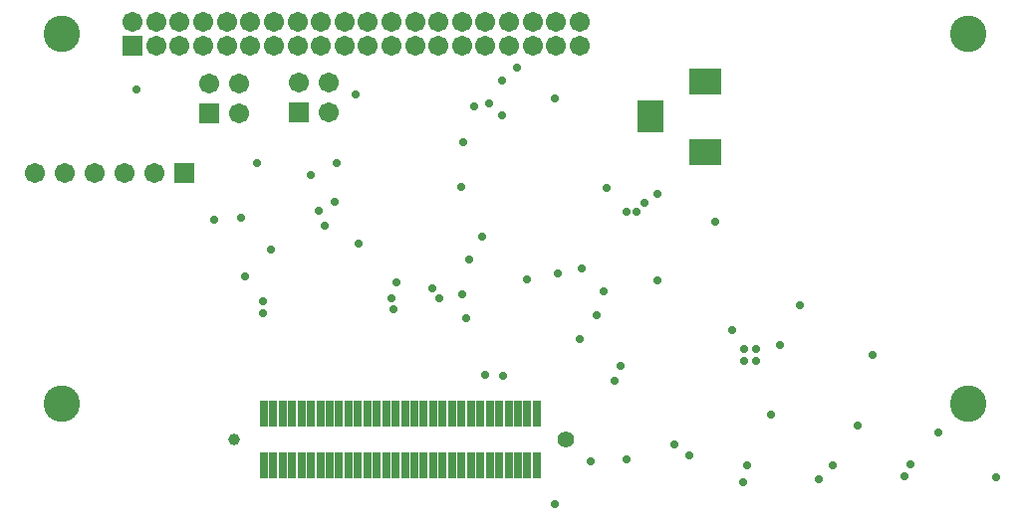
<source format=gbs>
G04 Layer_Color=16711935*
%FSLAX24Y24*%
%MOIN*%
G70*
G01*
G75*
%ADD68C,0.1222*%
%ADD69R,0.0867X0.1104*%
%ADD70R,0.1104X0.0867*%
%ADD71C,0.0552*%
%ADD72C,0.0395*%
%ADD73C,0.0671*%
%ADD74R,0.0671X0.0671*%
%ADD75C,0.0277*%
%ADD76R,0.0277X0.0867*%
D68*
X1575Y7283D02*
D03*
Y19685D02*
D03*
X31890D02*
D03*
Y7283D02*
D03*
D69*
X21250Y16900D02*
D03*
D70*
X23100Y18081D02*
D03*
Y15719D02*
D03*
D71*
X18445Y6083D02*
D03*
D72*
X7343D02*
D03*
D73*
X18898Y20079D02*
D03*
Y19291D02*
D03*
X18110Y20079D02*
D03*
Y19291D02*
D03*
X17323Y20079D02*
D03*
Y19291D02*
D03*
X16535Y20079D02*
D03*
Y19291D02*
D03*
X15748Y20079D02*
D03*
Y19291D02*
D03*
X14961Y20079D02*
D03*
Y19291D02*
D03*
X14173Y20079D02*
D03*
Y19291D02*
D03*
X13386Y20079D02*
D03*
Y19291D02*
D03*
X12598Y20079D02*
D03*
Y19291D02*
D03*
X11811Y20079D02*
D03*
Y19291D02*
D03*
X11024Y20079D02*
D03*
Y19291D02*
D03*
X10236Y20079D02*
D03*
Y19291D02*
D03*
X9449Y20079D02*
D03*
Y19291D02*
D03*
X8661Y20079D02*
D03*
Y19291D02*
D03*
X7874Y20079D02*
D03*
Y19291D02*
D03*
X7087Y20079D02*
D03*
Y19291D02*
D03*
X6299Y20079D02*
D03*
Y19291D02*
D03*
X5512Y20079D02*
D03*
Y19291D02*
D03*
X4724Y20079D02*
D03*
Y19291D02*
D03*
X3937Y20079D02*
D03*
X4650Y15000D02*
D03*
X3650D02*
D03*
X2650D02*
D03*
X1650D02*
D03*
X650D02*
D03*
X9500Y18050D02*
D03*
X10500Y17050D02*
D03*
Y18050D02*
D03*
X6500Y18000D02*
D03*
X7500Y17000D02*
D03*
Y18000D02*
D03*
D74*
X3937Y19291D02*
D03*
X5650Y15000D02*
D03*
X9500Y17050D02*
D03*
X6500Y17000D02*
D03*
D75*
X18050Y17500D02*
D03*
X21500Y14312D02*
D03*
X20450Y13700D02*
D03*
X28200Y6550D02*
D03*
X16300Y18100D02*
D03*
X24797Y8703D02*
D03*
X24403D02*
D03*
X24797Y9097D02*
D03*
X24403D02*
D03*
X24000Y9750D02*
D03*
X25600Y9250D02*
D03*
X15627Y12877D02*
D03*
X20800Y13700D02*
D03*
X12600Y10800D02*
D03*
X12650Y10450D02*
D03*
X14200Y10800D02*
D03*
X13950Y11150D02*
D03*
X15850Y17350D02*
D03*
X16300Y16950D02*
D03*
X15200Y12100D02*
D03*
X14930Y14530D02*
D03*
X28700Y8900D02*
D03*
X18950Y11800D02*
D03*
X17144Y11444D02*
D03*
X15100Y10150D02*
D03*
X14950Y10950D02*
D03*
X20050Y8050D02*
D03*
X27353Y5200D02*
D03*
X24500D02*
D03*
X32822Y4800D02*
D03*
X22050Y5900D02*
D03*
X29750Y4850D02*
D03*
X26900Y4750D02*
D03*
X24350Y4650D02*
D03*
X20450Y5400D02*
D03*
X19250Y5350D02*
D03*
X26250Y10563D02*
D03*
X23431Y13382D02*
D03*
X15350Y17250D02*
D03*
X30900Y6300D02*
D03*
X25300Y6900D02*
D03*
X21050Y14000D02*
D03*
X21500Y11400D02*
D03*
X19784Y14500D02*
D03*
X20250Y8550D02*
D03*
X18150Y11650D02*
D03*
X22550Y5550D02*
D03*
X18050Y3900D02*
D03*
X10353Y13253D02*
D03*
X10700Y14050D02*
D03*
X8300Y10700D02*
D03*
Y10300D02*
D03*
X6650Y13450D02*
D03*
X8550Y12450D02*
D03*
X7550Y13500D02*
D03*
X7700Y11550D02*
D03*
X10150Y13750D02*
D03*
X11492Y12650D02*
D03*
X15730Y8230D02*
D03*
X16330Y8220D02*
D03*
X18900Y9450D02*
D03*
X19450Y10250D02*
D03*
X19700Y11050D02*
D03*
X14990Y16050D02*
D03*
X16800Y18550D02*
D03*
X10750Y15350D02*
D03*
X8100D02*
D03*
X9900Y14950D02*
D03*
X11400Y17650D02*
D03*
X29950Y5250D02*
D03*
X4050Y17800D02*
D03*
X12750Y11350D02*
D03*
D76*
X8327Y5217D02*
D03*
X8642D02*
D03*
X8957D02*
D03*
X9272D02*
D03*
X9587D02*
D03*
X9902D02*
D03*
X10217D02*
D03*
X10531D02*
D03*
X10846D02*
D03*
X11161D02*
D03*
X11476D02*
D03*
X11791D02*
D03*
X12106D02*
D03*
X12421D02*
D03*
X12736D02*
D03*
X13051D02*
D03*
X13366D02*
D03*
X13681D02*
D03*
X13996D02*
D03*
X14311D02*
D03*
X14626D02*
D03*
X14941D02*
D03*
X15256D02*
D03*
X15571D02*
D03*
X15886D02*
D03*
X16201D02*
D03*
X16516D02*
D03*
X16831D02*
D03*
X17146D02*
D03*
X17461D02*
D03*
X8327Y6949D02*
D03*
X8642D02*
D03*
X8957D02*
D03*
X9272D02*
D03*
X9587D02*
D03*
X9902D02*
D03*
X10217D02*
D03*
X10531D02*
D03*
X10846D02*
D03*
X11161D02*
D03*
X11476D02*
D03*
X11791D02*
D03*
X12106D02*
D03*
X12421D02*
D03*
X12736D02*
D03*
X13051D02*
D03*
X13366D02*
D03*
X13681D02*
D03*
X13996D02*
D03*
X14311D02*
D03*
X14626D02*
D03*
X14941D02*
D03*
X15256D02*
D03*
X15571D02*
D03*
X15886D02*
D03*
X16201D02*
D03*
X16516D02*
D03*
X16831D02*
D03*
X17146D02*
D03*
X17461D02*
D03*
M02*

</source>
